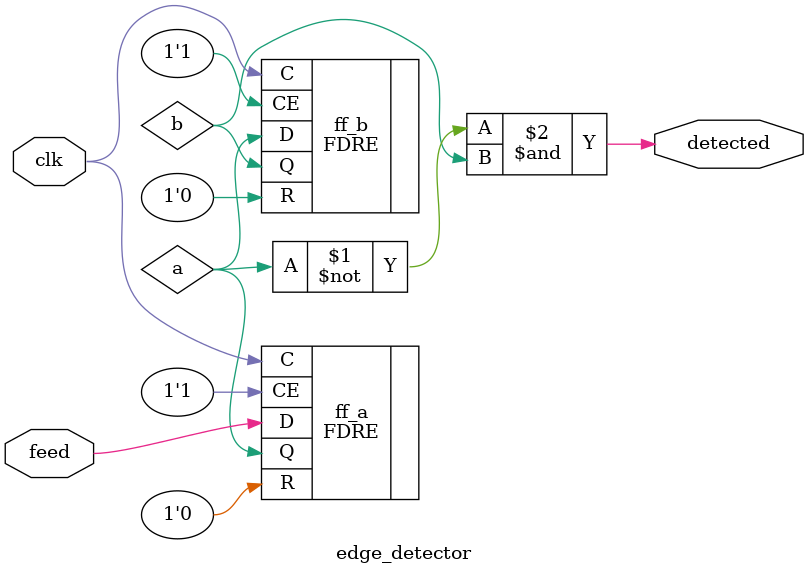
<source format=v>
`timescale 1ns / 1ps


module edge_detector(
    input clk,
    input feed,
    output detected
);
    // module that detects if an input changes from 0 to 1
    // first, check for 0
    // if 0, listen for 1
    // produce true if 1 detected
    // research needed to discern if this requires the setting of a flag
    wire a;
    wire b;
    wire ground;
    
    //feed goes in
    FDRE #(.INIT(1'b0)) ff_a (.C(clk), .R(1'b0), .CE(1'b1), .D(feed), .Q(a));
    // wire a in between
    FDRE #(.INIT(1'b0)) ff_b (.C(clk), .R(1'b0), .CE(1'b1), .D(a), .Q(b));
    // wire b goes out
    assign detected = ~a & b;
endmodule

</source>
